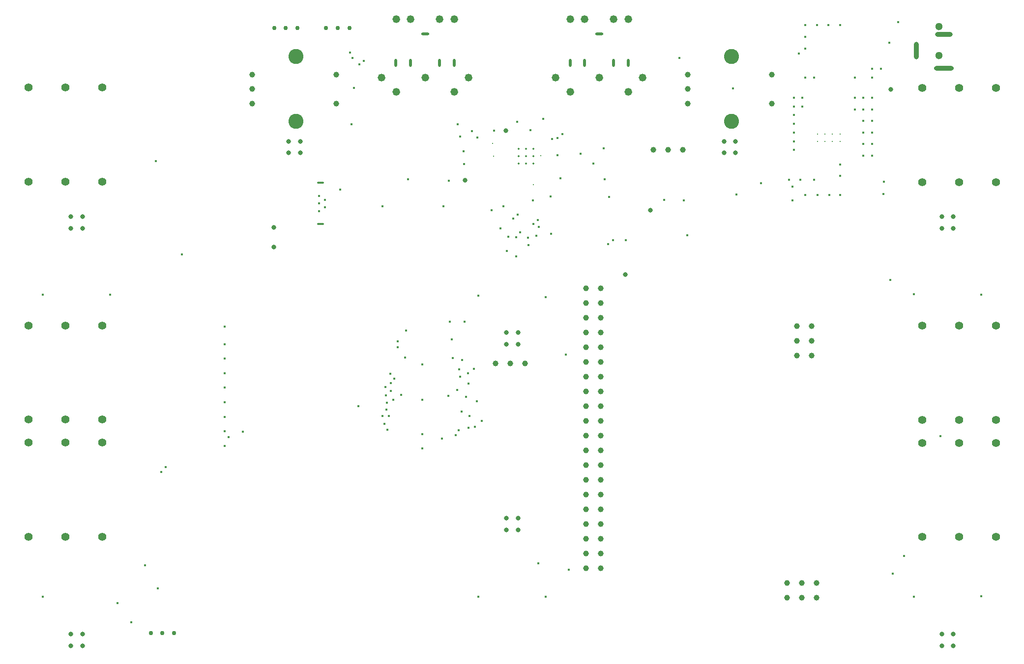
<source format=gbr>
%TF.GenerationSoftware,KiCad,Pcbnew,7.0.9-7.0.9~ubuntu23.04.1*%
%TF.CreationDate,2023-12-05T01:09:06+00:00*%
%TF.ProjectId,pedalboard-hw,70656461-6c62-46f6-9172-642d68772e6b,3.1.1*%
%TF.SameCoordinates,Original*%
%TF.FileFunction,Plated,1,2,PTH,Mixed*%
%TF.FilePolarity,Positive*%
%FSLAX46Y46*%
G04 Gerber Fmt 4.6, Leading zero omitted, Abs format (unit mm)*
G04 Created by KiCad (PCBNEW 7.0.9-7.0.9~ubuntu23.04.1) date 2023-12-05 01:09:06*
%MOMM*%
%LPD*%
G01*
G04 APERTURE LIST*
%TA.AperFunction,ViaDrill*%
%ADD10C,0.300000*%
%TD*%
%TA.AperFunction,ComponentDrill*%
%ADD11C,0.300000*%
%TD*%
G04 aperture for slot hole*
%TA.AperFunction,ComponentDrill*%
%ADD12O,1.350000X0.350000*%
%TD*%
%TA.AperFunction,ComponentDrill*%
%ADD13C,0.350000*%
%TD*%
%TA.AperFunction,ViaDrill*%
%ADD14C,0.400000*%
%TD*%
%TA.AperFunction,ComponentDrill*%
%ADD15C,0.440000*%
%TD*%
G04 aperture for slot hole*
%TA.AperFunction,ComponentDrill*%
%ADD16O,0.450000X1.400000*%
%TD*%
G04 aperture for slot hole*
%TA.AperFunction,ComponentDrill*%
%ADD17O,1.400000X0.450000*%
%TD*%
%TA.AperFunction,ComponentDrill*%
%ADD18C,0.750000*%
%TD*%
%TA.AperFunction,ViaDrill*%
%ADD19C,0.800000*%
%TD*%
%TA.AperFunction,ComponentDrill*%
%ADD20C,0.800000*%
%TD*%
G04 aperture for slot hole*
%TA.AperFunction,ComponentDrill*%
%ADD21O,0.800000X3.000000*%
%TD*%
G04 aperture for slot hole*
%TA.AperFunction,ComponentDrill*%
%ADD22O,3.000000X0.800000*%
%TD*%
G04 aperture for slot hole*
%TA.AperFunction,ComponentDrill*%
%ADD23O,3.400000X0.800000*%
%TD*%
%TA.AperFunction,ComponentDrill*%
%ADD24C,1.000000*%
%TD*%
%TA.AperFunction,ComponentDrill*%
%ADD25C,1.300000*%
%TD*%
%TA.AperFunction,ComponentDrill*%
%ADD26C,1.320800*%
%TD*%
%TA.AperFunction,ComponentDrill*%
%ADD27C,1.400000*%
%TD*%
%TA.AperFunction,ComponentDrill*%
%ADD28C,2.600000*%
%TD*%
G04 APERTURE END LIST*
D10*
X101660000Y-43410000D03*
X101800000Y-45560000D03*
X108679996Y-50463478D03*
X109954871Y-45486615D03*
D11*
%TO.C,U6*%
X157570000Y-41750000D03*
X157570000Y-43050000D03*
X158870000Y-41750000D03*
X158870000Y-43050000D03*
X160170000Y-41750000D03*
X160170000Y-43050000D03*
X161470000Y-41750000D03*
X161470000Y-43050000D03*
D12*
%TO.C,J11*%
X71960000Y-50155000D03*
X71960000Y-57305000D03*
D13*
%TO.C,U3*%
X106125000Y-44325000D03*
X106125000Y-45600000D03*
X106125000Y-46875000D03*
X107400000Y-44325000D03*
X107400000Y-45600000D03*
X107400000Y-46875000D03*
X108675000Y-44325000D03*
X108675000Y-45600000D03*
X108675000Y-46875000D03*
%TD*%
D14*
X24200000Y-69500000D03*
X24200000Y-121500000D03*
X35800000Y-69500000D03*
X37000000Y-122600000D03*
X39370000Y-125950000D03*
X41800000Y-116100000D03*
X43610000Y-46430000D03*
X43950000Y-120130000D03*
X44610000Y-100000000D03*
X45350000Y-99190000D03*
X48100000Y-62500600D03*
X55500000Y-75000000D03*
X55500000Y-78000000D03*
X55500000Y-80500000D03*
X55500000Y-83000000D03*
X55500000Y-85500000D03*
X55500000Y-88000000D03*
X55500000Y-90500000D03*
X55500000Y-93000000D03*
X55500000Y-95500000D03*
X56150000Y-94000000D03*
X58650000Y-93100000D03*
X75376600Y-51350000D03*
X77044500Y-27714500D03*
X77355500Y-40049500D03*
X77494500Y-28646472D03*
X77780000Y-33850000D03*
X78500000Y-88700000D03*
X78655500Y-29791388D03*
X79436653Y-29121550D03*
X82690000Y-54240000D03*
X82700000Y-90400000D03*
X83000000Y-91700000D03*
X83200000Y-85400000D03*
X83300000Y-86787142D03*
X83350000Y-89250000D03*
X83400000Y-88100000D03*
X83525685Y-92713715D03*
X83798953Y-90387491D03*
X84000000Y-83100000D03*
X84074635Y-84687642D03*
X84133755Y-86087142D03*
X84500000Y-87599500D03*
X84700353Y-83899647D03*
X85300000Y-77500000D03*
X85300000Y-78500000D03*
X85900000Y-86699500D03*
X86600000Y-80300000D03*
X86700000Y-75600000D03*
X87110000Y-49550000D03*
X89500000Y-81500000D03*
X89500000Y-87600000D03*
X89500000Y-93500000D03*
X89500000Y-96000000D03*
X92900000Y-94300000D03*
X93160000Y-54210000D03*
X94024728Y-86925400D03*
X94100000Y-49800000D03*
X94300000Y-74150000D03*
X94610000Y-77200000D03*
X94810000Y-80370000D03*
X95302419Y-93662808D03*
X95537944Y-85893736D03*
X95590000Y-40070000D03*
X95816257Y-92805501D03*
X95900000Y-82300000D03*
X96058879Y-83599500D03*
X96080000Y-42210000D03*
X96300000Y-89599000D03*
X96400000Y-80700000D03*
X96664622Y-44735378D03*
X96699500Y-46950000D03*
X96800000Y-74150000D03*
X97100000Y-87100000D03*
X97400000Y-83000500D03*
X97500000Y-84800000D03*
X97511449Y-92382343D03*
X97683894Y-90399000D03*
X98090000Y-41300000D03*
X98448690Y-82241159D03*
X98557000Y-92199500D03*
X98917395Y-87799500D03*
X99040000Y-42400000D03*
X99200000Y-69600000D03*
X99200000Y-121500000D03*
X99800000Y-91200000D03*
X101459500Y-54910000D03*
X101860000Y-41205500D03*
X103030000Y-58049500D03*
X103520000Y-54220000D03*
X104120000Y-61889500D03*
X104345332Y-59435332D03*
X105199500Y-56370000D03*
X105710000Y-59590500D03*
X105740000Y-62840000D03*
X105890000Y-39649500D03*
X105980588Y-55650500D03*
X106409500Y-58703193D03*
X107695203Y-59639500D03*
X107801405Y-60872211D03*
X108121284Y-41128021D03*
X108550000Y-53200000D03*
X108700000Y-57287182D03*
X109199500Y-59300000D03*
X109400939Y-56574659D03*
X109550000Y-115800000D03*
X109564970Y-57788013D03*
X110380000Y-39114500D03*
X110800000Y-69900000D03*
X110800000Y-121500000D03*
X111600000Y-52500000D03*
X111730000Y-59000500D03*
X111881321Y-42649500D03*
X112792822Y-45433603D03*
X112852102Y-42411614D03*
X113310000Y-49350000D03*
X113648543Y-41806390D03*
X114260500Y-79800500D03*
X114800000Y-116900000D03*
X116760000Y-45120000D03*
X119000000Y-46810000D03*
X120750000Y-44200000D03*
X120900000Y-49600000D03*
X121550000Y-60700000D03*
X121700000Y-52600000D03*
X122387250Y-60087250D03*
X124540332Y-60090332D03*
X131150000Y-53100000D03*
X133787535Y-28647535D03*
X134550000Y-53230000D03*
X135150000Y-59190000D03*
X143033791Y-33883085D03*
X143625767Y-52170000D03*
X147850000Y-50200000D03*
X152650000Y-49670000D03*
X153250000Y-50860000D03*
X153270000Y-53210000D03*
X153500000Y-35500000D03*
X153500000Y-37000000D03*
X153500000Y-38500000D03*
X153500000Y-40000000D03*
X153500000Y-41500000D03*
X153500000Y-43000000D03*
X153500000Y-44500000D03*
X154340000Y-27900000D03*
X154650000Y-49670000D03*
X155000000Y-35500000D03*
X155000000Y-37000000D03*
X155480000Y-52260000D03*
X155500000Y-23000000D03*
X155500000Y-25000000D03*
X155500000Y-27000000D03*
X155500000Y-32000000D03*
X157000000Y-32000000D03*
X157000000Y-49670000D03*
X157500000Y-23000000D03*
X157600000Y-52250000D03*
X159500000Y-23000000D03*
X159640000Y-52290000D03*
X161500000Y-23000000D03*
X161500000Y-47000000D03*
X161500000Y-49000000D03*
X161520000Y-52290000D03*
X164000000Y-32000000D03*
X164000000Y-35500000D03*
X164000000Y-37500000D03*
X165500000Y-35500000D03*
X165500000Y-37500000D03*
X165500000Y-39500000D03*
X165500000Y-41500000D03*
X165500000Y-43500000D03*
X165500000Y-45500000D03*
X167000000Y-30500000D03*
X167000000Y-32000000D03*
X167000000Y-35500000D03*
X167000000Y-37500000D03*
X167000000Y-39500000D03*
X167000000Y-41500000D03*
X167000000Y-43500000D03*
X167000000Y-45500000D03*
X168500000Y-30500000D03*
X168960000Y-52060000D03*
X169000000Y-50000000D03*
X170000000Y-26000000D03*
X170100000Y-66900000D03*
X170587701Y-117512299D03*
X171500000Y-22500000D03*
X172500000Y-114500000D03*
X174200000Y-69400000D03*
X174200000Y-121500000D03*
X178800000Y-93800000D03*
X185800000Y-69500000D03*
X185800000Y-121450000D03*
D15*
%TO.C,J11*%
X71740000Y-52430000D03*
X71740000Y-53730000D03*
X71740000Y-55030000D03*
X72740000Y-53080000D03*
X72740000Y-54380000D03*
D16*
%TO.C,J1*%
X84994500Y-29500000D03*
X87494500Y-29500000D03*
D17*
X89994500Y-24500000D03*
D16*
X92494500Y-29500000D03*
X94994500Y-29500000D03*
%TO.C,J3*%
X115000000Y-29500000D03*
X117500000Y-29500000D03*
D17*
X120000000Y-24500000D03*
D16*
X122500000Y-29500000D03*
X125000000Y-29500000D03*
D18*
%TO.C,J28*%
X42760000Y-127830000D03*
X44760000Y-127830000D03*
X46760000Y-127830000D03*
%TO.C,J26*%
X64030000Y-23500000D03*
X66030000Y-23500000D03*
X68030000Y-23500000D03*
%TO.C,J25*%
X72960000Y-23490000D03*
X74960000Y-23490000D03*
X76960000Y-23490000D03*
%TD*%
D19*
X63960000Y-61210000D03*
X63965000Y-57865000D03*
X96870000Y-49750000D03*
X103925000Y-41175000D03*
X124470000Y-65960000D03*
X128780000Y-54900000D03*
X170180000Y-34104500D03*
D20*
%TO.C,J9*%
X29000000Y-56000000D03*
X29000000Y-58000000D03*
%TO.C,J23*%
X29000000Y-128000000D03*
X29000000Y-130000000D03*
%TO.C,J9*%
X31000000Y-56000000D03*
X31000000Y-58000000D03*
%TO.C,J23*%
X31000000Y-128000000D03*
X31000000Y-130000000D03*
%TO.C,J10*%
X66500000Y-43000000D03*
X66500000Y-45000000D03*
X68500000Y-43000000D03*
X68500000Y-45000000D03*
%TO.C,J17*%
X104000000Y-76000000D03*
X104000000Y-78000000D03*
%TO.C,J21*%
X104000000Y-108000000D03*
X104000000Y-110000000D03*
%TO.C,J17*%
X106000000Y-76000000D03*
X106000000Y-78000000D03*
%TO.C,J21*%
X106000000Y-108000000D03*
X106000000Y-110000000D03*
%TO.C,J13*%
X141500000Y-43000000D03*
X141500000Y-45000000D03*
X143500000Y-43000000D03*
X143500000Y-45000000D03*
D21*
%TO.C,J7*%
X174600000Y-27400000D03*
D20*
%TO.C,J15*%
X179000000Y-56000000D03*
X179000000Y-58000000D03*
%TO.C,J24*%
X179000000Y-128000000D03*
X179000000Y-130000000D03*
D22*
%TO.C,J7*%
X179400000Y-24600000D03*
D23*
X179400000Y-30400000D03*
D20*
%TO.C,J15*%
X181000000Y-56000000D03*
X181000000Y-58000000D03*
%TO.C,J24*%
X181000000Y-128000000D03*
X181000000Y-130000000D03*
D24*
%TO.C,SW1*%
X60250000Y-31500000D03*
X60250000Y-34000000D03*
X60250000Y-36500000D03*
X74750000Y-31500000D03*
X74750000Y-36500000D03*
%TO.C,J16*%
X102145000Y-81300000D03*
X104685000Y-81300000D03*
X107225000Y-81300000D03*
%TO.C,J27*%
X117710000Y-68375600D03*
X117710000Y-70915600D03*
X117710000Y-73455600D03*
X117710000Y-75995600D03*
X117710000Y-78535600D03*
X117710000Y-81075600D03*
X117710000Y-83615600D03*
X117710000Y-86155600D03*
X117710000Y-88695600D03*
X117710000Y-91235600D03*
X117710000Y-93775600D03*
X117710000Y-96315600D03*
X117710000Y-98855600D03*
X117710000Y-101395600D03*
X117710000Y-103935600D03*
X117710000Y-106475600D03*
X117710000Y-109015600D03*
X117710000Y-111555600D03*
X117710000Y-114095600D03*
X117710000Y-116635600D03*
X120250000Y-68375600D03*
X120250000Y-70915600D03*
X120250000Y-73455600D03*
X120250000Y-75995600D03*
X120250000Y-78535600D03*
X120250000Y-81075600D03*
X120250000Y-83615600D03*
X120250000Y-86155600D03*
X120250000Y-88695600D03*
X120250000Y-91235600D03*
X120250000Y-93775600D03*
X120250000Y-96315600D03*
X120250000Y-98855600D03*
X120250000Y-101395600D03*
X120250000Y-103935600D03*
X120250000Y-106475600D03*
X120250000Y-109015600D03*
X120250000Y-111555600D03*
X120250000Y-114095600D03*
X120250000Y-116635600D03*
%TO.C,J12*%
X129315000Y-44450000D03*
X131855000Y-44450000D03*
X134395000Y-44450000D03*
%TO.C,SW2*%
X135250000Y-31500000D03*
X135250000Y-34000000D03*
X135250000Y-36500000D03*
X149750000Y-31500000D03*
X149750000Y-36500000D03*
%TO.C,J27*%
X152380000Y-119150600D03*
X152380000Y-121690600D03*
X154015000Y-74845600D03*
X154015000Y-77385600D03*
X154015000Y-79925600D03*
X154920000Y-119150600D03*
X154920000Y-121690600D03*
X156555000Y-74845600D03*
X156555000Y-77385600D03*
X156555000Y-79925600D03*
X157460000Y-119150600D03*
X157460000Y-121690600D03*
D25*
%TO.C,J6*%
X178500000Y-23210000D03*
X178500000Y-28210000D03*
D26*
%TO.C,J2*%
X82500000Y-32000000D03*
X85000000Y-22000000D03*
X85000000Y-34500000D03*
X87500000Y-22000000D03*
X90000000Y-32000000D03*
X92500000Y-22000000D03*
X95000000Y-22000000D03*
X95000000Y-34500000D03*
X97500000Y-32000000D03*
%TO.C,J4*%
X112500000Y-32000000D03*
X115000000Y-22000000D03*
X115000000Y-34500000D03*
X117500000Y-22000000D03*
X120000000Y-32000000D03*
X122500000Y-22000000D03*
X125000000Y-22000000D03*
X125000000Y-34500000D03*
X127500000Y-32000000D03*
D27*
%TO.C,J8*%
X21700000Y-33770000D03*
X21700000Y-50000000D03*
%TO.C,J20*%
X21700000Y-74770000D03*
X21700000Y-91000000D03*
%TO.C,J19*%
X21700000Y-94970000D03*
X21700000Y-111200000D03*
%TO.C,J8*%
X28050000Y-33770000D03*
X28050000Y-50000000D03*
%TO.C,J20*%
X28050000Y-74770000D03*
X28050000Y-91000000D03*
%TO.C,J19*%
X28050000Y-94970000D03*
X28050000Y-111200000D03*
%TO.C,J8*%
X34400000Y-33770000D03*
X34400000Y-50000000D03*
%TO.C,J20*%
X34400000Y-74770000D03*
X34400000Y-91000000D03*
%TO.C,J19*%
X34400000Y-94970000D03*
X34400000Y-111200000D03*
%TO.C,J18*%
X175600000Y-74780000D03*
X175600000Y-91010000D03*
%TO.C,J22*%
X175600000Y-94995000D03*
X175600000Y-111225000D03*
%TO.C,J5*%
X175615000Y-33800000D03*
X175615000Y-50030000D03*
%TO.C,J18*%
X181950000Y-74780000D03*
X181950000Y-91010000D03*
%TO.C,J22*%
X181950000Y-94995000D03*
X181950000Y-111225000D03*
%TO.C,J5*%
X181965000Y-33800000D03*
X181965000Y-50030000D03*
%TO.C,J18*%
X188300000Y-74780000D03*
X188300000Y-91010000D03*
%TO.C,J22*%
X188300000Y-94995000D03*
X188300000Y-111225000D03*
%TO.C,J5*%
X188315000Y-33800000D03*
X188315000Y-50030000D03*
D28*
%TO.C,SW1*%
X67750000Y-28400000D03*
X67750000Y-39600000D03*
%TO.C,SW2*%
X142750000Y-28400000D03*
X142750000Y-39600000D03*
M02*

</source>
